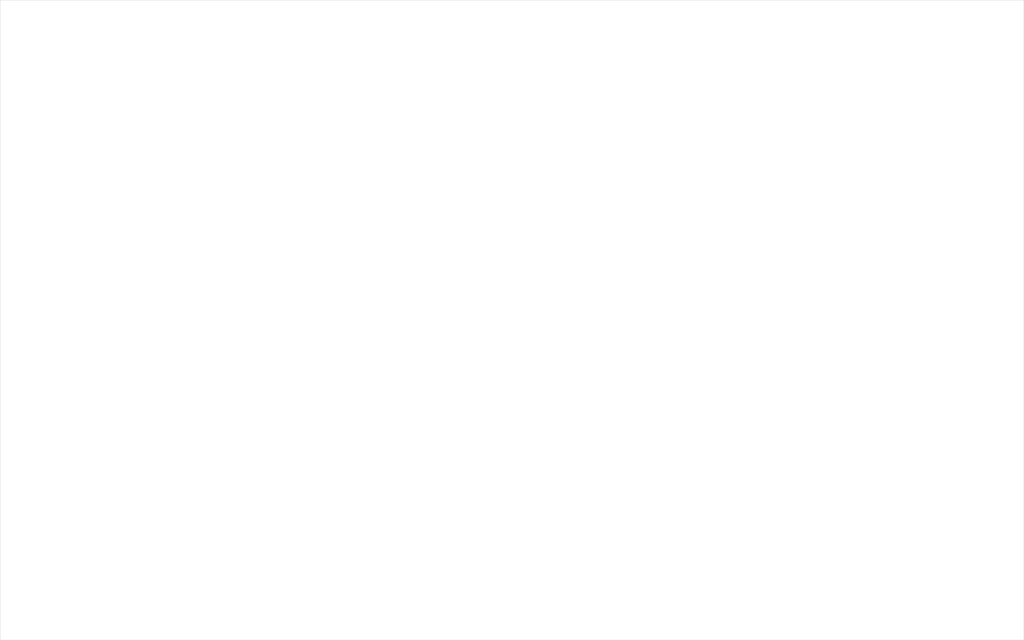
<source format=kicad_pcb>
(kicad_pcb
	(version 20240108)
	(generator "pcbnew")
	(generator_version "8.0")
	(general
		(thickness 1.6)
		(legacy_teardrops no)
	)
	(paper "A4")
	(layers
		(0 "F.Cu" signal)
		(31 "B.Cu" signal)
		(32 "B.Adhes" user "B.Adhesive")
		(33 "F.Adhes" user "F.Adhesive")
		(34 "B.Paste" user)
		(35 "F.Paste" user)
		(36 "B.SilkS" user "B.Silkscreen")
		(37 "F.SilkS" user "F.Silkscreen")
		(38 "B.Mask" user)
		(39 "F.Mask" user)
		(40 "Dwgs.User" user "User.Drawings")
		(41 "Cmts.User" user "User.Comments")
		(42 "Eco1.User" user "User.Eco1")
		(43 "Eco2.User" user "User.Eco2")
		(44 "Edge.Cuts" user)
		(45 "Margin" user)
		(46 "B.CrtYd" user "B.Courtyard")
		(47 "F.CrtYd" user "F.Courtyard")
		(48 "B.Fab" user)
		(49 "F.Fab" user)
		(50 "User.1" user)
		(51 "User.2" user)
		(52 "User.3" user)
		(53 "User.4" user)
		(54 "User.5" user)
		(55 "User.6" user)
		(56 "User.7" user)
		(57 "User.8" user)
		(58 "User.9" user)
	)
	(setup
		(pad_to_mask_clearance 0)
		(allow_soldermask_bridges_in_footprints no)
		(pcbplotparams
			(layerselection 0x00010fc_ffffffff)
			(plot_on_all_layers_selection 0x0000000_00000000)
			(disableapertmacros no)
			(usegerberextensions no)
			(usegerberattributes yes)
			(usegerberadvancedattributes yes)
			(creategerberjobfile yes)
			(dashed_line_dash_ratio 12.000000)
			(dashed_line_gap_ratio 3.000000)
			(svgprecision 4)
			(plotframeref no)
			(viasonmask no)
			(mode 1)
			(useauxorigin no)
			(hpglpennumber 1)
			(hpglpenspeed 20)
			(hpglpendiameter 15.000000)
			(pdf_front_fp_property_popups yes)
			(pdf_back_fp_property_popups yes)
			(dxfpolygonmode yes)
			(dxfimperialunits yes)
			(dxfusepcbnewfont yes)
			(psnegative no)
			(psa4output no)
			(plotreference yes)
			(plotvalue yes)
			(plotfptext yes)
			(plotinvisibletext no)
			(sketchpadsonfab no)
			(subtractmaskfromsilk no)
			(outputformat 1)
			(mirror no)
			(drillshape 1)
			(scaleselection 1)
			(outputdirectory "")
		)
	)
	(net 0 "")
	(gr_rect
		(start 40 33)
		(end 200 133)
		(stroke
			(width 0.05)
			(type default)
		)
		(fill none)
		(layer "Edge.Cuts")
		(uuid "1804d5e7-a4e7-4bf5-93d1-4f8c3414827d")
	)
)

</source>
